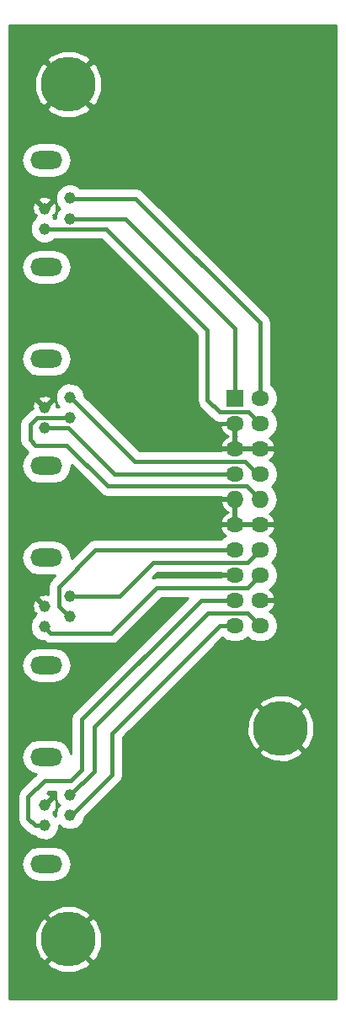
<source format=gbl>
G04 #@! TF.FileFunction,Copper,L2,Bot,Signal*
%FSLAX46Y46*%
G04 Gerber Fmt 4.6, Leading zero omitted, Abs format (unit mm)*
G04 Created by KiCad (PCBNEW 4.0.4+e1-6308~48~ubuntu15.10.1-stable) date Tue Jun 20 15:04:26 2017*
%MOMM*%
%LPD*%
G01*
G04 APERTURE LIST*
%ADD10C,0.150000*%
%ADD11R,1.727200X1.727200*%
%ADD12O,1.800000X1.500000*%
%ADD13O,1.727200X1.727200*%
%ADD14C,5.500000*%
%ADD15C,1.160000*%
%ADD16O,3.200000X1.800000*%
%ADD17C,0.406400*%
%ADD18C,0.254000*%
G04 APERTURE END LIST*
D10*
D11*
X86671200Y-84290000D03*
D12*
X89211200Y-84290000D03*
X86671200Y-86830000D03*
X89211200Y-86830000D03*
X86671200Y-89370000D03*
X89211200Y-89370000D03*
X86671200Y-91910000D03*
X89211200Y-91910000D03*
D13*
X86671200Y-94450000D03*
X89211200Y-94450000D03*
D12*
X86671200Y-96990000D03*
X89211200Y-96990000D03*
X86671200Y-99530000D03*
X89211200Y-99530000D03*
X86671200Y-102070000D03*
X89211200Y-102070000D03*
X86671200Y-104610000D03*
X89211200Y-104610000D03*
X86671200Y-107150000D03*
X89211200Y-107150000D03*
D14*
X91287600Y-117449600D03*
X69941200Y-138694400D03*
D15*
X70081200Y-126230000D03*
X70081200Y-124190000D03*
X67531200Y-125210000D03*
X67531200Y-127250000D03*
D16*
X67731200Y-131100000D03*
X67731200Y-120340000D03*
D15*
X70081200Y-106230000D03*
X70081200Y-104190000D03*
X67531200Y-105210000D03*
X67531200Y-107250000D03*
D16*
X67731200Y-111100000D03*
X67731200Y-100340000D03*
D15*
X70081200Y-86230000D03*
X70081200Y-84190000D03*
X67531200Y-85210000D03*
X67531200Y-87250000D03*
D16*
X67731200Y-91100000D03*
X67731200Y-80340000D03*
D15*
X70081200Y-66230000D03*
X70081200Y-64190000D03*
X67531200Y-65210000D03*
X67531200Y-67250000D03*
D16*
X67731200Y-71100000D03*
X67731200Y-60340000D03*
D14*
X69941200Y-52720000D03*
D17*
X86671200Y-84290000D02*
X86671200Y-77273200D01*
X75698000Y-66300000D02*
X70091200Y-66300000D01*
X86671200Y-77273200D02*
X75698000Y-66300000D01*
X89211200Y-84290000D02*
X89211200Y-76714400D01*
X76706800Y-64210000D02*
X70031200Y-64210000D01*
X89211200Y-76714400D02*
X76706800Y-64210000D01*
X67551200Y-67250000D02*
X73701600Y-67250000D01*
X88030000Y-85648800D02*
X89211200Y-86830000D01*
X85140800Y-85648800D02*
X88030000Y-85648800D01*
X83921600Y-84429600D02*
X85140800Y-85648800D01*
X83921600Y-77470000D02*
X83921600Y-84429600D01*
X73701600Y-67250000D02*
X83921600Y-77470000D01*
X70141200Y-86230000D02*
X66815600Y-86230000D01*
X87877600Y-93116400D02*
X89211200Y-94450000D01*
X73863200Y-93116400D02*
X87877600Y-93116400D01*
X69748400Y-89001600D02*
X73863200Y-93116400D01*
X66636800Y-89001600D02*
X69748400Y-89001600D01*
X66110000Y-88474800D02*
X66636800Y-89001600D01*
X66110000Y-86935600D02*
X66110000Y-88474800D01*
X66815600Y-86230000D02*
X66110000Y-86935600D01*
D18*
X89211200Y-91910000D02*
X88963600Y-91910000D01*
D17*
X88963600Y-91910000D02*
X87680800Y-90627200D01*
X87680800Y-90627200D02*
X76628400Y-90627200D01*
X76628400Y-90627200D02*
X70201200Y-84200000D01*
X86671200Y-91910000D02*
X74536400Y-91910000D01*
X69916400Y-87290000D02*
X67571200Y-87290000D01*
X74536400Y-91910000D02*
X69916400Y-87290000D01*
X86671200Y-99530000D02*
X72652400Y-99530000D01*
X68942400Y-105191200D02*
X69971200Y-106220000D01*
X68942400Y-103240000D02*
X68942400Y-105191200D01*
X72652400Y-99530000D02*
X68942400Y-103240000D01*
X70091200Y-104180000D02*
X75042400Y-104180000D01*
X87954000Y-100787200D02*
X89211200Y-99530000D01*
X78435200Y-100787200D02*
X87954000Y-100787200D01*
X75042400Y-104180000D02*
X78435200Y-100787200D01*
X67514400Y-107250000D02*
X68163600Y-107899200D01*
X68163600Y-107899200D02*
X74269600Y-107899200D01*
X74269600Y-107899200D02*
X78841600Y-103327200D01*
X78841600Y-103327200D02*
X87954000Y-103327200D01*
X87954000Y-103327200D02*
X89211200Y-102070000D01*
X86671200Y-107150000D02*
X85128000Y-107150000D01*
X74320400Y-122140800D02*
X70201200Y-126260000D01*
X74320400Y-117957600D02*
X74320400Y-122140800D01*
X85128000Y-107150000D02*
X74320400Y-117957600D01*
X87928400Y-105867200D02*
X89211200Y-107150000D01*
X83972400Y-105867200D02*
X87928400Y-105867200D01*
X72542400Y-117297200D02*
X83972400Y-105867200D01*
X72542400Y-121779600D02*
X72542400Y-117297200D01*
X70121200Y-124200800D02*
X72542400Y-121779600D01*
X86671200Y-104610000D02*
X83248400Y-104610000D01*
X66579200Y-127260000D02*
X67651200Y-127260000D01*
X65883600Y-126564400D02*
X66579200Y-127260000D01*
X65883600Y-124357600D02*
X65883600Y-126564400D01*
X67508400Y-122732800D02*
X65883600Y-124357600D01*
X70205600Y-122732800D02*
X67508400Y-122732800D01*
X71272400Y-121666000D02*
X70205600Y-122732800D01*
X71272400Y-116586000D02*
X71272400Y-121666000D01*
X83248400Y-104610000D02*
X71272400Y-116586000D01*
X86715600Y-104597200D02*
X86106000Y-104597200D01*
D18*
G36*
X96873700Y-144626900D02*
X64008700Y-144626900D01*
X64008700Y-141110666D01*
X67704539Y-141110666D01*
X68016687Y-141559332D01*
X69259543Y-142077731D01*
X70606176Y-142081048D01*
X71851571Y-141568780D01*
X71865713Y-141559332D01*
X72177861Y-141110666D01*
X69941200Y-138874005D01*
X67704539Y-141110666D01*
X64008700Y-141110666D01*
X64008700Y-139359376D01*
X66554552Y-139359376D01*
X67066820Y-140604771D01*
X67076268Y-140618913D01*
X67524934Y-140931061D01*
X69761595Y-138694400D01*
X70120805Y-138694400D01*
X72357466Y-140931061D01*
X72806132Y-140618913D01*
X73324531Y-139376057D01*
X73327848Y-138029424D01*
X72815580Y-136784029D01*
X72806132Y-136769887D01*
X72357466Y-136457739D01*
X70120805Y-138694400D01*
X69761595Y-138694400D01*
X67524934Y-136457739D01*
X67076268Y-136769887D01*
X66557869Y-138012743D01*
X66554552Y-139359376D01*
X64008700Y-139359376D01*
X64008700Y-136278134D01*
X67704539Y-136278134D01*
X69941200Y-138514795D01*
X72177861Y-136278134D01*
X71865713Y-135829468D01*
X70622857Y-135311069D01*
X69276224Y-135307752D01*
X68030829Y-135820020D01*
X68016687Y-135829468D01*
X67704539Y-136278134D01*
X64008700Y-136278134D01*
X64008700Y-131100000D01*
X65205673Y-131100000D01*
X65340939Y-131780028D01*
X65726144Y-132356529D01*
X66302645Y-132741734D01*
X66982673Y-132877000D01*
X68479727Y-132877000D01*
X69159755Y-132741734D01*
X69736256Y-132356529D01*
X70121461Y-131780028D01*
X70256727Y-131100000D01*
X70121461Y-130419972D01*
X69736256Y-129843471D01*
X69159755Y-129458266D01*
X68479727Y-129323000D01*
X66982673Y-129323000D01*
X66302645Y-129458266D01*
X65726144Y-129843471D01*
X65340939Y-130419972D01*
X65205673Y-131100000D01*
X64008700Y-131100000D01*
X64008700Y-124357600D01*
X64803400Y-124357600D01*
X64803400Y-126564400D01*
X64885625Y-126977775D01*
X65119783Y-127328217D01*
X65815383Y-128023817D01*
X66165825Y-128257975D01*
X66556223Y-128335630D01*
X66704798Y-128484464D01*
X67240113Y-128706746D01*
X67819744Y-128707252D01*
X68355446Y-128485904D01*
X68765664Y-128076402D01*
X68987946Y-127541087D01*
X68988246Y-127197446D01*
X69254798Y-127464464D01*
X69790113Y-127686746D01*
X70369744Y-127687252D01*
X70905446Y-127465904D01*
X71315664Y-127056402D01*
X71537946Y-126521087D01*
X71538007Y-126450827D01*
X75084214Y-122904619D01*
X75084217Y-122904617D01*
X75318375Y-122554175D01*
X75318376Y-122554174D01*
X75400601Y-122140800D01*
X75400600Y-122140795D01*
X75400600Y-119865866D01*
X89050939Y-119865866D01*
X89363087Y-120314532D01*
X90605943Y-120832931D01*
X91952576Y-120836248D01*
X93197971Y-120323980D01*
X93212113Y-120314532D01*
X93524261Y-119865866D01*
X91287600Y-117629205D01*
X89050939Y-119865866D01*
X75400600Y-119865866D01*
X75400600Y-118405034D01*
X75691057Y-118114576D01*
X87900952Y-118114576D01*
X88413220Y-119359971D01*
X88422668Y-119374113D01*
X88871334Y-119686261D01*
X91107995Y-117449600D01*
X91467205Y-117449600D01*
X93703866Y-119686261D01*
X94152532Y-119374113D01*
X94670931Y-118131257D01*
X94674248Y-116784624D01*
X94161980Y-115539229D01*
X94152532Y-115525087D01*
X93703866Y-115212939D01*
X91467205Y-117449600D01*
X91107995Y-117449600D01*
X88871334Y-115212939D01*
X88422668Y-115525087D01*
X87904269Y-116767943D01*
X87900952Y-118114576D01*
X75691057Y-118114576D01*
X78772299Y-115033334D01*
X89050939Y-115033334D01*
X91287600Y-117269995D01*
X93524261Y-115033334D01*
X93212113Y-114584668D01*
X91969257Y-114066269D01*
X90622624Y-114062952D01*
X89377229Y-114575220D01*
X89363087Y-114584668D01*
X89050939Y-115033334D01*
X78772299Y-115033334D01*
X85437380Y-108368253D01*
X85863761Y-108653152D01*
X86486387Y-108777000D01*
X86856013Y-108777000D01*
X87478639Y-108653152D01*
X87941200Y-108344079D01*
X88403761Y-108653152D01*
X89026387Y-108777000D01*
X89396013Y-108777000D01*
X90018639Y-108653152D01*
X90546476Y-108300463D01*
X90899165Y-107772626D01*
X91023013Y-107150000D01*
X90899165Y-106527374D01*
X90546476Y-105999537D01*
X90146107Y-105732019D01*
X90469020Y-105443308D01*
X90703518Y-104951185D01*
X90580856Y-104737000D01*
X89338200Y-104737000D01*
X89338200Y-104757000D01*
X89084200Y-104757000D01*
X89084200Y-104737000D01*
X89064200Y-104737000D01*
X89064200Y-104483000D01*
X89084200Y-104483000D01*
X89084200Y-104463000D01*
X89338200Y-104463000D01*
X89338200Y-104483000D01*
X90580856Y-104483000D01*
X90703518Y-104268815D01*
X90469020Y-103776692D01*
X90146107Y-103487981D01*
X90546476Y-103220463D01*
X90899165Y-102692626D01*
X91023013Y-102070000D01*
X90899165Y-101447374D01*
X90546476Y-100919537D01*
X90367576Y-100800000D01*
X90546476Y-100680463D01*
X90899165Y-100152626D01*
X91023013Y-99530000D01*
X90899165Y-98907374D01*
X90546476Y-98379537D01*
X90146107Y-98112019D01*
X90469020Y-97823308D01*
X90703518Y-97331185D01*
X90580856Y-97117000D01*
X89338200Y-97117000D01*
X89338200Y-97137000D01*
X89084200Y-97137000D01*
X89084200Y-97117000D01*
X86798200Y-97117000D01*
X86798200Y-97137000D01*
X86544200Y-97137000D01*
X86544200Y-97117000D01*
X85301544Y-97117000D01*
X85178882Y-97331185D01*
X85413380Y-97823308D01*
X85736293Y-98112019D01*
X85335924Y-98379537D01*
X85288976Y-98449800D01*
X72652400Y-98449800D01*
X72239025Y-98532025D01*
X71888583Y-98766183D01*
X70242316Y-100412450D01*
X70256727Y-100340000D01*
X70121461Y-99659972D01*
X69736256Y-99083471D01*
X69159755Y-98698266D01*
X68479727Y-98563000D01*
X66982673Y-98563000D01*
X66302645Y-98698266D01*
X65726144Y-99083471D01*
X65340939Y-99659972D01*
X65205673Y-100340000D01*
X65340939Y-101020028D01*
X65726144Y-101596529D01*
X66302645Y-101981734D01*
X66982673Y-102117000D01*
X68479727Y-102117000D01*
X68552177Y-102102589D01*
X68178583Y-102476183D01*
X67944425Y-102826625D01*
X67862200Y-103240000D01*
X67862200Y-104039130D01*
X67695377Y-103982125D01*
X67212993Y-104012763D01*
X66909632Y-104138419D01*
X66862588Y-104361783D01*
X67531200Y-105030395D01*
X67545343Y-105016253D01*
X67724948Y-105195858D01*
X67710805Y-105210000D01*
X67724948Y-105224143D01*
X67545343Y-105403748D01*
X67531200Y-105389605D01*
X67517058Y-105403748D01*
X67337453Y-105224143D01*
X67351595Y-105210000D01*
X66682983Y-104541388D01*
X66459619Y-104588432D01*
X66303325Y-105045823D01*
X66333963Y-105528207D01*
X66459619Y-105831568D01*
X66682981Y-105878611D01*
X66567189Y-105994403D01*
X66646866Y-106074080D01*
X66296736Y-106423598D01*
X66074454Y-106958913D01*
X66073948Y-107538544D01*
X66295296Y-108074246D01*
X66704798Y-108484464D01*
X67240113Y-108706746D01*
X67465523Y-108706943D01*
X67750225Y-108897175D01*
X68163600Y-108979400D01*
X74269600Y-108979400D01*
X74682975Y-108897175D01*
X75033417Y-108663017D01*
X75033418Y-108663016D01*
X79289033Y-104407400D01*
X81923367Y-104407400D01*
X70508583Y-115822183D01*
X70274425Y-116172625D01*
X70192200Y-116586000D01*
X70192200Y-120015601D01*
X70121461Y-119659972D01*
X69736256Y-119083471D01*
X69159755Y-118698266D01*
X68479727Y-118563000D01*
X66982673Y-118563000D01*
X66302645Y-118698266D01*
X65726144Y-119083471D01*
X65340939Y-119659972D01*
X65205673Y-120340000D01*
X65340939Y-121020028D01*
X65726144Y-121596529D01*
X66302645Y-121981734D01*
X66660625Y-122052941D01*
X65119783Y-123593783D01*
X64885625Y-123944225D01*
X64803400Y-124357600D01*
X64008700Y-124357600D01*
X64008700Y-111100000D01*
X65205673Y-111100000D01*
X65340939Y-111780028D01*
X65726144Y-112356529D01*
X66302645Y-112741734D01*
X66982673Y-112877000D01*
X68479727Y-112877000D01*
X69159755Y-112741734D01*
X69736256Y-112356529D01*
X70121461Y-111780028D01*
X70256727Y-111100000D01*
X70121461Y-110419972D01*
X69736256Y-109843471D01*
X69159755Y-109458266D01*
X68479727Y-109323000D01*
X66982673Y-109323000D01*
X66302645Y-109458266D01*
X65726144Y-109843471D01*
X65340939Y-110419972D01*
X65205673Y-111100000D01*
X64008700Y-111100000D01*
X64008700Y-96648815D01*
X85178882Y-96648815D01*
X85301544Y-96863000D01*
X86544200Y-96863000D01*
X86544200Y-94577000D01*
X85337383Y-94577000D01*
X85216242Y-94809026D01*
X85388512Y-95224947D01*
X85782710Y-95656821D01*
X85967389Y-95743376D01*
X85816601Y-95796179D01*
X85413380Y-96156692D01*
X85178882Y-96648815D01*
X64008700Y-96648815D01*
X64008700Y-86935600D01*
X65029800Y-86935600D01*
X65029800Y-88474800D01*
X65112025Y-88888175D01*
X65346183Y-89238617D01*
X65860958Y-89753392D01*
X65726144Y-89843471D01*
X65340939Y-90419972D01*
X65205673Y-91100000D01*
X65340939Y-91780028D01*
X65726144Y-92356529D01*
X66302645Y-92741734D01*
X66982673Y-92877000D01*
X68479727Y-92877000D01*
X69159755Y-92741734D01*
X69736256Y-92356529D01*
X70121461Y-91780028D01*
X70256727Y-91100000D01*
X70241223Y-91022057D01*
X73099383Y-93880217D01*
X73449825Y-94114375D01*
X73863200Y-94196600D01*
X85271389Y-94196600D01*
X85337383Y-94323000D01*
X86544200Y-94323000D01*
X86544200Y-94303000D01*
X86798200Y-94303000D01*
X86798200Y-94323000D01*
X86818200Y-94323000D01*
X86818200Y-94577000D01*
X86798200Y-94577000D01*
X86798200Y-96863000D01*
X89084200Y-96863000D01*
X89084200Y-96843000D01*
X89338200Y-96843000D01*
X89338200Y-96863000D01*
X90580856Y-96863000D01*
X90703518Y-96648815D01*
X90469020Y-96156692D01*
X90167420Y-95887037D01*
X90476090Y-95680790D01*
X90853405Y-95116099D01*
X90985900Y-94450000D01*
X90853405Y-93783901D01*
X90476090Y-93219210D01*
X90392492Y-93163352D01*
X90546476Y-93060463D01*
X90899165Y-92532626D01*
X91023013Y-91910000D01*
X90899165Y-91287374D01*
X90546476Y-90759537D01*
X90146107Y-90492019D01*
X90469020Y-90203308D01*
X90703518Y-89711185D01*
X90580856Y-89497000D01*
X89338200Y-89497000D01*
X89338200Y-89517000D01*
X89084200Y-89517000D01*
X89084200Y-89497000D01*
X86798200Y-89497000D01*
X86798200Y-89517000D01*
X86544200Y-89517000D01*
X86544200Y-89497000D01*
X85301544Y-89497000D01*
X85272909Y-89547000D01*
X77075833Y-89547000D01*
X74700019Y-87171185D01*
X85178882Y-87171185D01*
X85413380Y-87663308D01*
X85816601Y-88023821D01*
X86034143Y-88100000D01*
X85816601Y-88176179D01*
X85413380Y-88536692D01*
X85178882Y-89028815D01*
X85301544Y-89243000D01*
X86544200Y-89243000D01*
X86544200Y-88142698D01*
X86480393Y-88100000D01*
X86544200Y-88057302D01*
X86544200Y-86957000D01*
X85301544Y-86957000D01*
X85178882Y-87171185D01*
X74700019Y-87171185D01*
X71538358Y-84009524D01*
X71538452Y-83901456D01*
X71317104Y-83365754D01*
X70907602Y-82955536D01*
X70372287Y-82733254D01*
X69792656Y-82732748D01*
X69256954Y-82954096D01*
X68846736Y-83363598D01*
X68624454Y-83898913D01*
X68623948Y-84478544D01*
X68845296Y-85014246D01*
X68980613Y-85149800D01*
X68744824Y-85149800D01*
X68728437Y-84891793D01*
X68602781Y-84588432D01*
X68379417Y-84541388D01*
X67771005Y-85149800D01*
X67291395Y-85149800D01*
X66682983Y-84541388D01*
X66459619Y-84588432D01*
X66303325Y-85045823D01*
X66318696Y-85287837D01*
X66051783Y-85466183D01*
X65346183Y-86171783D01*
X65112025Y-86522225D01*
X65029800Y-86935600D01*
X64008700Y-86935600D01*
X64008700Y-84361783D01*
X66862588Y-84361783D01*
X67531200Y-85030395D01*
X68199812Y-84361783D01*
X68152768Y-84138419D01*
X67695377Y-83982125D01*
X67212993Y-84012763D01*
X66909632Y-84138419D01*
X66862588Y-84361783D01*
X64008700Y-84361783D01*
X64008700Y-80340000D01*
X65205673Y-80340000D01*
X65340939Y-81020028D01*
X65726144Y-81596529D01*
X66302645Y-81981734D01*
X66982673Y-82117000D01*
X68479727Y-82117000D01*
X69159755Y-81981734D01*
X69736256Y-81596529D01*
X70121461Y-81020028D01*
X70256727Y-80340000D01*
X70121461Y-79659972D01*
X69736256Y-79083471D01*
X69159755Y-78698266D01*
X68479727Y-78563000D01*
X66982673Y-78563000D01*
X66302645Y-78698266D01*
X65726144Y-79083471D01*
X65340939Y-79659972D01*
X65205673Y-80340000D01*
X64008700Y-80340000D01*
X64008700Y-71100000D01*
X65205673Y-71100000D01*
X65340939Y-71780028D01*
X65726144Y-72356529D01*
X66302645Y-72741734D01*
X66982673Y-72877000D01*
X68479727Y-72877000D01*
X69159755Y-72741734D01*
X69736256Y-72356529D01*
X70121461Y-71780028D01*
X70256727Y-71100000D01*
X70121461Y-70419972D01*
X69736256Y-69843471D01*
X69159755Y-69458266D01*
X68479727Y-69323000D01*
X66982673Y-69323000D01*
X66302645Y-69458266D01*
X65726144Y-69843471D01*
X65340939Y-70419972D01*
X65205673Y-71100000D01*
X64008700Y-71100000D01*
X64008700Y-67538544D01*
X66073948Y-67538544D01*
X66295296Y-68074246D01*
X66704798Y-68484464D01*
X67240113Y-68706746D01*
X67819744Y-68707252D01*
X68355446Y-68485904D01*
X68511422Y-68330200D01*
X73254166Y-68330200D01*
X82841400Y-77917433D01*
X82841400Y-84429600D01*
X82923625Y-84842975D01*
X83157783Y-85193417D01*
X84376983Y-86412617D01*
X84727425Y-86646775D01*
X85140800Y-86729000D01*
X86818200Y-86729000D01*
X86818200Y-86957000D01*
X86798200Y-86957000D01*
X86798200Y-88057302D01*
X86862007Y-88100000D01*
X86798200Y-88142698D01*
X86798200Y-89243000D01*
X89084200Y-89243000D01*
X89084200Y-89223000D01*
X89338200Y-89223000D01*
X89338200Y-89243000D01*
X90580856Y-89243000D01*
X90703518Y-89028815D01*
X90469020Y-88536692D01*
X90146107Y-88247981D01*
X90546476Y-87980463D01*
X90899165Y-87452626D01*
X91023013Y-86830000D01*
X90899165Y-86207374D01*
X90546476Y-85679537D01*
X90367576Y-85560000D01*
X90546476Y-85440463D01*
X90899165Y-84912626D01*
X91023013Y-84290000D01*
X90899165Y-83667374D01*
X90546476Y-83139537D01*
X90291400Y-82969101D01*
X90291400Y-76714400D01*
X90209175Y-76301025D01*
X89975017Y-75950583D01*
X77470617Y-63446183D01*
X77120175Y-63212025D01*
X76706800Y-63129800D01*
X71081562Y-63129800D01*
X70907602Y-62955536D01*
X70372287Y-62733254D01*
X69792656Y-62732748D01*
X69256954Y-62954096D01*
X68846736Y-63363598D01*
X68624454Y-63898913D01*
X68623948Y-64478544D01*
X68845296Y-65014246D01*
X69040690Y-65209982D01*
X68846736Y-65403598D01*
X68624454Y-65938913D01*
X68624252Y-66169800D01*
X68511597Y-66169800D01*
X68415789Y-66073825D01*
X68495211Y-65994403D01*
X68379419Y-65878611D01*
X68602781Y-65831568D01*
X68759075Y-65374177D01*
X68728437Y-64891793D01*
X68602781Y-64588432D01*
X68379417Y-64541388D01*
X67710805Y-65210000D01*
X67724948Y-65224143D01*
X67545343Y-65403748D01*
X67531200Y-65389605D01*
X67517058Y-65403748D01*
X67337453Y-65224143D01*
X67351595Y-65210000D01*
X66682983Y-64541388D01*
X66459619Y-64588432D01*
X66303325Y-65045823D01*
X66333963Y-65528207D01*
X66459619Y-65831568D01*
X66682981Y-65878611D01*
X66567189Y-65994403D01*
X66646866Y-66074080D01*
X66296736Y-66423598D01*
X66074454Y-66958913D01*
X66073948Y-67538544D01*
X64008700Y-67538544D01*
X64008700Y-64361783D01*
X66862588Y-64361783D01*
X67531200Y-65030395D01*
X68199812Y-64361783D01*
X68152768Y-64138419D01*
X67695377Y-63982125D01*
X67212993Y-64012763D01*
X66909632Y-64138419D01*
X66862588Y-64361783D01*
X64008700Y-64361783D01*
X64008700Y-60340000D01*
X65205673Y-60340000D01*
X65340939Y-61020028D01*
X65726144Y-61596529D01*
X66302645Y-61981734D01*
X66982673Y-62117000D01*
X68479727Y-62117000D01*
X69159755Y-61981734D01*
X69736256Y-61596529D01*
X70121461Y-61020028D01*
X70256727Y-60340000D01*
X70121461Y-59659972D01*
X69736256Y-59083471D01*
X69159755Y-58698266D01*
X68479727Y-58563000D01*
X66982673Y-58563000D01*
X66302645Y-58698266D01*
X65726144Y-59083471D01*
X65340939Y-59659972D01*
X65205673Y-60340000D01*
X64008700Y-60340000D01*
X64008700Y-55136266D01*
X67704539Y-55136266D01*
X68016687Y-55584932D01*
X69259543Y-56103331D01*
X70606176Y-56106648D01*
X71851571Y-55594380D01*
X71865713Y-55584932D01*
X72177861Y-55136266D01*
X69941200Y-52899605D01*
X67704539Y-55136266D01*
X64008700Y-55136266D01*
X64008700Y-53384976D01*
X66554552Y-53384976D01*
X67066820Y-54630371D01*
X67076268Y-54644513D01*
X67524934Y-54956661D01*
X69761595Y-52720000D01*
X70120805Y-52720000D01*
X72357466Y-54956661D01*
X72806132Y-54644513D01*
X73324531Y-53401657D01*
X73327848Y-52055024D01*
X72815580Y-50809629D01*
X72806132Y-50795487D01*
X72357466Y-50483339D01*
X70120805Y-52720000D01*
X69761595Y-52720000D01*
X67524934Y-50483339D01*
X67076268Y-50795487D01*
X66557869Y-52038343D01*
X66554552Y-53384976D01*
X64008700Y-53384976D01*
X64008700Y-50303734D01*
X67704539Y-50303734D01*
X69941200Y-52540395D01*
X72177861Y-50303734D01*
X71865713Y-49855068D01*
X70622857Y-49336669D01*
X69276224Y-49333352D01*
X68030829Y-49845620D01*
X68016687Y-49855068D01*
X67704539Y-50303734D01*
X64008700Y-50303734D01*
X64008700Y-46787500D01*
X96873700Y-46787500D01*
X96873700Y-144626900D01*
X96873700Y-144626900D01*
G37*
X96873700Y-144626900D02*
X64008700Y-144626900D01*
X64008700Y-141110666D01*
X67704539Y-141110666D01*
X68016687Y-141559332D01*
X69259543Y-142077731D01*
X70606176Y-142081048D01*
X71851571Y-141568780D01*
X71865713Y-141559332D01*
X72177861Y-141110666D01*
X69941200Y-138874005D01*
X67704539Y-141110666D01*
X64008700Y-141110666D01*
X64008700Y-139359376D01*
X66554552Y-139359376D01*
X67066820Y-140604771D01*
X67076268Y-140618913D01*
X67524934Y-140931061D01*
X69761595Y-138694400D01*
X70120805Y-138694400D01*
X72357466Y-140931061D01*
X72806132Y-140618913D01*
X73324531Y-139376057D01*
X73327848Y-138029424D01*
X72815580Y-136784029D01*
X72806132Y-136769887D01*
X72357466Y-136457739D01*
X70120805Y-138694400D01*
X69761595Y-138694400D01*
X67524934Y-136457739D01*
X67076268Y-136769887D01*
X66557869Y-138012743D01*
X66554552Y-139359376D01*
X64008700Y-139359376D01*
X64008700Y-136278134D01*
X67704539Y-136278134D01*
X69941200Y-138514795D01*
X72177861Y-136278134D01*
X71865713Y-135829468D01*
X70622857Y-135311069D01*
X69276224Y-135307752D01*
X68030829Y-135820020D01*
X68016687Y-135829468D01*
X67704539Y-136278134D01*
X64008700Y-136278134D01*
X64008700Y-131100000D01*
X65205673Y-131100000D01*
X65340939Y-131780028D01*
X65726144Y-132356529D01*
X66302645Y-132741734D01*
X66982673Y-132877000D01*
X68479727Y-132877000D01*
X69159755Y-132741734D01*
X69736256Y-132356529D01*
X70121461Y-131780028D01*
X70256727Y-131100000D01*
X70121461Y-130419972D01*
X69736256Y-129843471D01*
X69159755Y-129458266D01*
X68479727Y-129323000D01*
X66982673Y-129323000D01*
X66302645Y-129458266D01*
X65726144Y-129843471D01*
X65340939Y-130419972D01*
X65205673Y-131100000D01*
X64008700Y-131100000D01*
X64008700Y-124357600D01*
X64803400Y-124357600D01*
X64803400Y-126564400D01*
X64885625Y-126977775D01*
X65119783Y-127328217D01*
X65815383Y-128023817D01*
X66165825Y-128257975D01*
X66556223Y-128335630D01*
X66704798Y-128484464D01*
X67240113Y-128706746D01*
X67819744Y-128707252D01*
X68355446Y-128485904D01*
X68765664Y-128076402D01*
X68987946Y-127541087D01*
X68988246Y-127197446D01*
X69254798Y-127464464D01*
X69790113Y-127686746D01*
X70369744Y-127687252D01*
X70905446Y-127465904D01*
X71315664Y-127056402D01*
X71537946Y-126521087D01*
X71538007Y-126450827D01*
X75084214Y-122904619D01*
X75084217Y-122904617D01*
X75318375Y-122554175D01*
X75318376Y-122554174D01*
X75400601Y-122140800D01*
X75400600Y-122140795D01*
X75400600Y-119865866D01*
X89050939Y-119865866D01*
X89363087Y-120314532D01*
X90605943Y-120832931D01*
X91952576Y-120836248D01*
X93197971Y-120323980D01*
X93212113Y-120314532D01*
X93524261Y-119865866D01*
X91287600Y-117629205D01*
X89050939Y-119865866D01*
X75400600Y-119865866D01*
X75400600Y-118405034D01*
X75691057Y-118114576D01*
X87900952Y-118114576D01*
X88413220Y-119359971D01*
X88422668Y-119374113D01*
X88871334Y-119686261D01*
X91107995Y-117449600D01*
X91467205Y-117449600D01*
X93703866Y-119686261D01*
X94152532Y-119374113D01*
X94670931Y-118131257D01*
X94674248Y-116784624D01*
X94161980Y-115539229D01*
X94152532Y-115525087D01*
X93703866Y-115212939D01*
X91467205Y-117449600D01*
X91107995Y-117449600D01*
X88871334Y-115212939D01*
X88422668Y-115525087D01*
X87904269Y-116767943D01*
X87900952Y-118114576D01*
X75691057Y-118114576D01*
X78772299Y-115033334D01*
X89050939Y-115033334D01*
X91287600Y-117269995D01*
X93524261Y-115033334D01*
X93212113Y-114584668D01*
X91969257Y-114066269D01*
X90622624Y-114062952D01*
X89377229Y-114575220D01*
X89363087Y-114584668D01*
X89050939Y-115033334D01*
X78772299Y-115033334D01*
X85437380Y-108368253D01*
X85863761Y-108653152D01*
X86486387Y-108777000D01*
X86856013Y-108777000D01*
X87478639Y-108653152D01*
X87941200Y-108344079D01*
X88403761Y-108653152D01*
X89026387Y-108777000D01*
X89396013Y-108777000D01*
X90018639Y-108653152D01*
X90546476Y-108300463D01*
X90899165Y-107772626D01*
X91023013Y-107150000D01*
X90899165Y-106527374D01*
X90546476Y-105999537D01*
X90146107Y-105732019D01*
X90469020Y-105443308D01*
X90703518Y-104951185D01*
X90580856Y-104737000D01*
X89338200Y-104737000D01*
X89338200Y-104757000D01*
X89084200Y-104757000D01*
X89084200Y-104737000D01*
X89064200Y-104737000D01*
X89064200Y-104483000D01*
X89084200Y-104483000D01*
X89084200Y-104463000D01*
X89338200Y-104463000D01*
X89338200Y-104483000D01*
X90580856Y-104483000D01*
X90703518Y-104268815D01*
X90469020Y-103776692D01*
X90146107Y-103487981D01*
X90546476Y-103220463D01*
X90899165Y-102692626D01*
X91023013Y-102070000D01*
X90899165Y-101447374D01*
X90546476Y-100919537D01*
X90367576Y-100800000D01*
X90546476Y-100680463D01*
X90899165Y-100152626D01*
X91023013Y-99530000D01*
X90899165Y-98907374D01*
X90546476Y-98379537D01*
X90146107Y-98112019D01*
X90469020Y-97823308D01*
X90703518Y-97331185D01*
X90580856Y-97117000D01*
X89338200Y-97117000D01*
X89338200Y-97137000D01*
X89084200Y-97137000D01*
X89084200Y-97117000D01*
X86798200Y-97117000D01*
X86798200Y-97137000D01*
X86544200Y-97137000D01*
X86544200Y-97117000D01*
X85301544Y-97117000D01*
X85178882Y-97331185D01*
X85413380Y-97823308D01*
X85736293Y-98112019D01*
X85335924Y-98379537D01*
X85288976Y-98449800D01*
X72652400Y-98449800D01*
X72239025Y-98532025D01*
X71888583Y-98766183D01*
X70242316Y-100412450D01*
X70256727Y-100340000D01*
X70121461Y-99659972D01*
X69736256Y-99083471D01*
X69159755Y-98698266D01*
X68479727Y-98563000D01*
X66982673Y-98563000D01*
X66302645Y-98698266D01*
X65726144Y-99083471D01*
X65340939Y-99659972D01*
X65205673Y-100340000D01*
X65340939Y-101020028D01*
X65726144Y-101596529D01*
X66302645Y-101981734D01*
X66982673Y-102117000D01*
X68479727Y-102117000D01*
X68552177Y-102102589D01*
X68178583Y-102476183D01*
X67944425Y-102826625D01*
X67862200Y-103240000D01*
X67862200Y-104039130D01*
X67695377Y-103982125D01*
X67212993Y-104012763D01*
X66909632Y-104138419D01*
X66862588Y-104361783D01*
X67531200Y-105030395D01*
X67545343Y-105016253D01*
X67724948Y-105195858D01*
X67710805Y-105210000D01*
X67724948Y-105224143D01*
X67545343Y-105403748D01*
X67531200Y-105389605D01*
X67517058Y-105403748D01*
X67337453Y-105224143D01*
X67351595Y-105210000D01*
X66682983Y-104541388D01*
X66459619Y-104588432D01*
X66303325Y-105045823D01*
X66333963Y-105528207D01*
X66459619Y-105831568D01*
X66682981Y-105878611D01*
X66567189Y-105994403D01*
X66646866Y-106074080D01*
X66296736Y-106423598D01*
X66074454Y-106958913D01*
X66073948Y-107538544D01*
X66295296Y-108074246D01*
X66704798Y-108484464D01*
X67240113Y-108706746D01*
X67465523Y-108706943D01*
X67750225Y-108897175D01*
X68163600Y-108979400D01*
X74269600Y-108979400D01*
X74682975Y-108897175D01*
X75033417Y-108663017D01*
X75033418Y-108663016D01*
X79289033Y-104407400D01*
X81923367Y-104407400D01*
X70508583Y-115822183D01*
X70274425Y-116172625D01*
X70192200Y-116586000D01*
X70192200Y-120015601D01*
X70121461Y-119659972D01*
X69736256Y-119083471D01*
X69159755Y-118698266D01*
X68479727Y-118563000D01*
X66982673Y-118563000D01*
X66302645Y-118698266D01*
X65726144Y-119083471D01*
X65340939Y-119659972D01*
X65205673Y-120340000D01*
X65340939Y-121020028D01*
X65726144Y-121596529D01*
X66302645Y-121981734D01*
X66660625Y-122052941D01*
X65119783Y-123593783D01*
X64885625Y-123944225D01*
X64803400Y-124357600D01*
X64008700Y-124357600D01*
X64008700Y-111100000D01*
X65205673Y-111100000D01*
X65340939Y-111780028D01*
X65726144Y-112356529D01*
X66302645Y-112741734D01*
X66982673Y-112877000D01*
X68479727Y-112877000D01*
X69159755Y-112741734D01*
X69736256Y-112356529D01*
X70121461Y-111780028D01*
X70256727Y-111100000D01*
X70121461Y-110419972D01*
X69736256Y-109843471D01*
X69159755Y-109458266D01*
X68479727Y-109323000D01*
X66982673Y-109323000D01*
X66302645Y-109458266D01*
X65726144Y-109843471D01*
X65340939Y-110419972D01*
X65205673Y-111100000D01*
X64008700Y-111100000D01*
X64008700Y-96648815D01*
X85178882Y-96648815D01*
X85301544Y-96863000D01*
X86544200Y-96863000D01*
X86544200Y-94577000D01*
X85337383Y-94577000D01*
X85216242Y-94809026D01*
X85388512Y-95224947D01*
X85782710Y-95656821D01*
X85967389Y-95743376D01*
X85816601Y-95796179D01*
X85413380Y-96156692D01*
X85178882Y-96648815D01*
X64008700Y-96648815D01*
X64008700Y-86935600D01*
X65029800Y-86935600D01*
X65029800Y-88474800D01*
X65112025Y-88888175D01*
X65346183Y-89238617D01*
X65860958Y-89753392D01*
X65726144Y-89843471D01*
X65340939Y-90419972D01*
X65205673Y-91100000D01*
X65340939Y-91780028D01*
X65726144Y-92356529D01*
X66302645Y-92741734D01*
X66982673Y-92877000D01*
X68479727Y-92877000D01*
X69159755Y-92741734D01*
X69736256Y-92356529D01*
X70121461Y-91780028D01*
X70256727Y-91100000D01*
X70241223Y-91022057D01*
X73099383Y-93880217D01*
X73449825Y-94114375D01*
X73863200Y-94196600D01*
X85271389Y-94196600D01*
X85337383Y-94323000D01*
X86544200Y-94323000D01*
X86544200Y-94303000D01*
X86798200Y-94303000D01*
X86798200Y-94323000D01*
X86818200Y-94323000D01*
X86818200Y-94577000D01*
X86798200Y-94577000D01*
X86798200Y-96863000D01*
X89084200Y-96863000D01*
X89084200Y-96843000D01*
X89338200Y-96843000D01*
X89338200Y-96863000D01*
X90580856Y-96863000D01*
X90703518Y-96648815D01*
X90469020Y-96156692D01*
X90167420Y-95887037D01*
X90476090Y-95680790D01*
X90853405Y-95116099D01*
X90985900Y-94450000D01*
X90853405Y-93783901D01*
X90476090Y-93219210D01*
X90392492Y-93163352D01*
X90546476Y-93060463D01*
X90899165Y-92532626D01*
X91023013Y-91910000D01*
X90899165Y-91287374D01*
X90546476Y-90759537D01*
X90146107Y-90492019D01*
X90469020Y-90203308D01*
X90703518Y-89711185D01*
X90580856Y-89497000D01*
X89338200Y-89497000D01*
X89338200Y-89517000D01*
X89084200Y-89517000D01*
X89084200Y-89497000D01*
X86798200Y-89497000D01*
X86798200Y-89517000D01*
X86544200Y-89517000D01*
X86544200Y-89497000D01*
X85301544Y-89497000D01*
X85272909Y-89547000D01*
X77075833Y-89547000D01*
X74700019Y-87171185D01*
X85178882Y-87171185D01*
X85413380Y-87663308D01*
X85816601Y-88023821D01*
X86034143Y-88100000D01*
X85816601Y-88176179D01*
X85413380Y-88536692D01*
X85178882Y-89028815D01*
X85301544Y-89243000D01*
X86544200Y-89243000D01*
X86544200Y-88142698D01*
X86480393Y-88100000D01*
X86544200Y-88057302D01*
X86544200Y-86957000D01*
X85301544Y-86957000D01*
X85178882Y-87171185D01*
X74700019Y-87171185D01*
X71538358Y-84009524D01*
X71538452Y-83901456D01*
X71317104Y-83365754D01*
X70907602Y-82955536D01*
X70372287Y-82733254D01*
X69792656Y-82732748D01*
X69256954Y-82954096D01*
X68846736Y-83363598D01*
X68624454Y-83898913D01*
X68623948Y-84478544D01*
X68845296Y-85014246D01*
X68980613Y-85149800D01*
X68744824Y-85149800D01*
X68728437Y-84891793D01*
X68602781Y-84588432D01*
X68379417Y-84541388D01*
X67771005Y-85149800D01*
X67291395Y-85149800D01*
X66682983Y-84541388D01*
X66459619Y-84588432D01*
X66303325Y-85045823D01*
X66318696Y-85287837D01*
X66051783Y-85466183D01*
X65346183Y-86171783D01*
X65112025Y-86522225D01*
X65029800Y-86935600D01*
X64008700Y-86935600D01*
X64008700Y-84361783D01*
X66862588Y-84361783D01*
X67531200Y-85030395D01*
X68199812Y-84361783D01*
X68152768Y-84138419D01*
X67695377Y-83982125D01*
X67212993Y-84012763D01*
X66909632Y-84138419D01*
X66862588Y-84361783D01*
X64008700Y-84361783D01*
X64008700Y-80340000D01*
X65205673Y-80340000D01*
X65340939Y-81020028D01*
X65726144Y-81596529D01*
X66302645Y-81981734D01*
X66982673Y-82117000D01*
X68479727Y-82117000D01*
X69159755Y-81981734D01*
X69736256Y-81596529D01*
X70121461Y-81020028D01*
X70256727Y-80340000D01*
X70121461Y-79659972D01*
X69736256Y-79083471D01*
X69159755Y-78698266D01*
X68479727Y-78563000D01*
X66982673Y-78563000D01*
X66302645Y-78698266D01*
X65726144Y-79083471D01*
X65340939Y-79659972D01*
X65205673Y-80340000D01*
X64008700Y-80340000D01*
X64008700Y-71100000D01*
X65205673Y-71100000D01*
X65340939Y-71780028D01*
X65726144Y-72356529D01*
X66302645Y-72741734D01*
X66982673Y-72877000D01*
X68479727Y-72877000D01*
X69159755Y-72741734D01*
X69736256Y-72356529D01*
X70121461Y-71780028D01*
X70256727Y-71100000D01*
X70121461Y-70419972D01*
X69736256Y-69843471D01*
X69159755Y-69458266D01*
X68479727Y-69323000D01*
X66982673Y-69323000D01*
X66302645Y-69458266D01*
X65726144Y-69843471D01*
X65340939Y-70419972D01*
X65205673Y-71100000D01*
X64008700Y-71100000D01*
X64008700Y-67538544D01*
X66073948Y-67538544D01*
X66295296Y-68074246D01*
X66704798Y-68484464D01*
X67240113Y-68706746D01*
X67819744Y-68707252D01*
X68355446Y-68485904D01*
X68511422Y-68330200D01*
X73254166Y-68330200D01*
X82841400Y-77917433D01*
X82841400Y-84429600D01*
X82923625Y-84842975D01*
X83157783Y-85193417D01*
X84376983Y-86412617D01*
X84727425Y-86646775D01*
X85140800Y-86729000D01*
X86818200Y-86729000D01*
X86818200Y-86957000D01*
X86798200Y-86957000D01*
X86798200Y-88057302D01*
X86862007Y-88100000D01*
X86798200Y-88142698D01*
X86798200Y-89243000D01*
X89084200Y-89243000D01*
X89084200Y-89223000D01*
X89338200Y-89223000D01*
X89338200Y-89243000D01*
X90580856Y-89243000D01*
X90703518Y-89028815D01*
X90469020Y-88536692D01*
X90146107Y-88247981D01*
X90546476Y-87980463D01*
X90899165Y-87452626D01*
X91023013Y-86830000D01*
X90899165Y-86207374D01*
X90546476Y-85679537D01*
X90367576Y-85560000D01*
X90546476Y-85440463D01*
X90899165Y-84912626D01*
X91023013Y-84290000D01*
X90899165Y-83667374D01*
X90546476Y-83139537D01*
X90291400Y-82969101D01*
X90291400Y-76714400D01*
X90209175Y-76301025D01*
X89975017Y-75950583D01*
X77470617Y-63446183D01*
X77120175Y-63212025D01*
X76706800Y-63129800D01*
X71081562Y-63129800D01*
X70907602Y-62955536D01*
X70372287Y-62733254D01*
X69792656Y-62732748D01*
X69256954Y-62954096D01*
X68846736Y-63363598D01*
X68624454Y-63898913D01*
X68623948Y-64478544D01*
X68845296Y-65014246D01*
X69040690Y-65209982D01*
X68846736Y-65403598D01*
X68624454Y-65938913D01*
X68624252Y-66169800D01*
X68511597Y-66169800D01*
X68415789Y-66073825D01*
X68495211Y-65994403D01*
X68379419Y-65878611D01*
X68602781Y-65831568D01*
X68759075Y-65374177D01*
X68728437Y-64891793D01*
X68602781Y-64588432D01*
X68379417Y-64541388D01*
X67710805Y-65210000D01*
X67724948Y-65224143D01*
X67545343Y-65403748D01*
X67531200Y-65389605D01*
X67517058Y-65403748D01*
X67337453Y-65224143D01*
X67351595Y-65210000D01*
X66682983Y-64541388D01*
X66459619Y-64588432D01*
X66303325Y-65045823D01*
X66333963Y-65528207D01*
X66459619Y-65831568D01*
X66682981Y-65878611D01*
X66567189Y-65994403D01*
X66646866Y-66074080D01*
X66296736Y-66423598D01*
X66074454Y-66958913D01*
X66073948Y-67538544D01*
X64008700Y-67538544D01*
X64008700Y-64361783D01*
X66862588Y-64361783D01*
X67531200Y-65030395D01*
X68199812Y-64361783D01*
X68152768Y-64138419D01*
X67695377Y-63982125D01*
X67212993Y-64012763D01*
X66909632Y-64138419D01*
X66862588Y-64361783D01*
X64008700Y-64361783D01*
X64008700Y-60340000D01*
X65205673Y-60340000D01*
X65340939Y-61020028D01*
X65726144Y-61596529D01*
X66302645Y-61981734D01*
X66982673Y-62117000D01*
X68479727Y-62117000D01*
X69159755Y-61981734D01*
X69736256Y-61596529D01*
X70121461Y-61020028D01*
X70256727Y-60340000D01*
X70121461Y-59659972D01*
X69736256Y-59083471D01*
X69159755Y-58698266D01*
X68479727Y-58563000D01*
X66982673Y-58563000D01*
X66302645Y-58698266D01*
X65726144Y-59083471D01*
X65340939Y-59659972D01*
X65205673Y-60340000D01*
X64008700Y-60340000D01*
X64008700Y-55136266D01*
X67704539Y-55136266D01*
X68016687Y-55584932D01*
X69259543Y-56103331D01*
X70606176Y-56106648D01*
X71851571Y-55594380D01*
X71865713Y-55584932D01*
X72177861Y-55136266D01*
X69941200Y-52899605D01*
X67704539Y-55136266D01*
X64008700Y-55136266D01*
X64008700Y-53384976D01*
X66554552Y-53384976D01*
X67066820Y-54630371D01*
X67076268Y-54644513D01*
X67524934Y-54956661D01*
X69761595Y-52720000D01*
X70120805Y-52720000D01*
X72357466Y-54956661D01*
X72806132Y-54644513D01*
X73324531Y-53401657D01*
X73327848Y-52055024D01*
X72815580Y-50809629D01*
X72806132Y-50795487D01*
X72357466Y-50483339D01*
X70120805Y-52720000D01*
X69761595Y-52720000D01*
X67524934Y-50483339D01*
X67076268Y-50795487D01*
X66557869Y-52038343D01*
X66554552Y-53384976D01*
X64008700Y-53384976D01*
X64008700Y-50303734D01*
X67704539Y-50303734D01*
X69941200Y-52540395D01*
X72177861Y-50303734D01*
X71865713Y-49855068D01*
X70622857Y-49336669D01*
X69276224Y-49333352D01*
X68030829Y-49845620D01*
X68016687Y-49855068D01*
X67704539Y-50303734D01*
X64008700Y-50303734D01*
X64008700Y-46787500D01*
X96873700Y-46787500D01*
X96873700Y-144626900D01*
G36*
X68624454Y-123898913D02*
X68623948Y-124478544D01*
X68845296Y-125014246D01*
X69040690Y-125209982D01*
X68846736Y-125403598D01*
X68624454Y-125938913D01*
X68624154Y-126282554D01*
X68415789Y-126073825D01*
X68495211Y-125994403D01*
X68379419Y-125878611D01*
X68602781Y-125831568D01*
X68759075Y-125374177D01*
X68728437Y-124891793D01*
X68602781Y-124588432D01*
X68379417Y-124541388D01*
X67710805Y-125210000D01*
X67724948Y-125224143D01*
X67545343Y-125403748D01*
X67531200Y-125389605D01*
X67517058Y-125403748D01*
X67337453Y-125224143D01*
X67351595Y-125210000D01*
X67337453Y-125195858D01*
X67517058Y-125016253D01*
X67531200Y-125030395D01*
X68199812Y-124361783D01*
X68152768Y-124138419D01*
X67763448Y-124005386D01*
X67955834Y-123813000D01*
X68660128Y-123813000D01*
X68624454Y-123898913D01*
X68624454Y-123898913D01*
G37*
X68624454Y-123898913D02*
X68623948Y-124478544D01*
X68845296Y-125014246D01*
X69040690Y-125209982D01*
X68846736Y-125403598D01*
X68624454Y-125938913D01*
X68624154Y-126282554D01*
X68415789Y-126073825D01*
X68495211Y-125994403D01*
X68379419Y-125878611D01*
X68602781Y-125831568D01*
X68759075Y-125374177D01*
X68728437Y-124891793D01*
X68602781Y-124588432D01*
X68379417Y-124541388D01*
X67710805Y-125210000D01*
X67724948Y-125224143D01*
X67545343Y-125403748D01*
X67531200Y-125389605D01*
X67517058Y-125403748D01*
X67337453Y-125224143D01*
X67351595Y-125210000D01*
X67337453Y-125195858D01*
X67517058Y-125016253D01*
X67531200Y-125030395D01*
X68199812Y-124361783D01*
X68152768Y-124138419D01*
X67763448Y-124005386D01*
X67955834Y-123813000D01*
X68660128Y-123813000D01*
X68624454Y-123898913D01*
G36*
X85301544Y-101943000D02*
X86544200Y-101943000D01*
X86544200Y-101923000D01*
X86798200Y-101923000D01*
X86798200Y-101943000D01*
X86818200Y-101943000D01*
X86818200Y-102197000D01*
X86798200Y-102197000D01*
X86798200Y-102217000D01*
X86544200Y-102217000D01*
X86544200Y-102197000D01*
X85301544Y-102197000D01*
X85272909Y-102247000D01*
X78841600Y-102247000D01*
X78428225Y-102329225D01*
X78405876Y-102344158D01*
X78882634Y-101867400D01*
X85258248Y-101867400D01*
X85301544Y-101943000D01*
X85301544Y-101943000D01*
G37*
X85301544Y-101943000D02*
X86544200Y-101943000D01*
X86544200Y-101923000D01*
X86798200Y-101923000D01*
X86798200Y-101943000D01*
X86818200Y-101943000D01*
X86818200Y-102197000D01*
X86798200Y-102197000D01*
X86798200Y-102217000D01*
X86544200Y-102217000D01*
X86544200Y-102197000D01*
X85301544Y-102197000D01*
X85272909Y-102247000D01*
X78841600Y-102247000D01*
X78428225Y-102329225D01*
X78405876Y-102344158D01*
X78882634Y-101867400D01*
X85258248Y-101867400D01*
X85301544Y-101943000D01*
M02*

</source>
